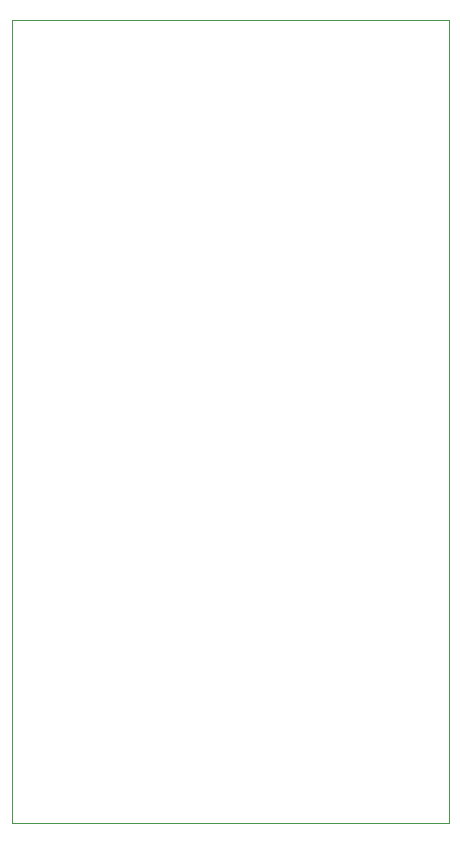
<source format=gm1>
G04 #@! TF.GenerationSoftware,KiCad,Pcbnew,(6.0.11-0)*
G04 #@! TF.CreationDate,2024-11-12T18:10:12+07:00*
G04 #@! TF.ProjectId,1,312e6b69-6361-4645-9f70-636258585858,rev?*
G04 #@! TF.SameCoordinates,Original*
G04 #@! TF.FileFunction,Profile,NP*
%FSLAX46Y46*%
G04 Gerber Fmt 4.6, Leading zero omitted, Abs format (unit mm)*
G04 Created by KiCad (PCBNEW (6.0.11-0)) date 2024-11-12 18:10:12*
%MOMM*%
%LPD*%
G01*
G04 APERTURE LIST*
G04 #@! TA.AperFunction,Profile*
%ADD10C,0.100000*%
G04 #@! TD*
G04 APERTURE END LIST*
D10*
X104000000Y-27000000D02*
X104000000Y-95000000D01*
X104000000Y-95000000D02*
X141000000Y-95000000D01*
X141000000Y-95000000D02*
X141000000Y-27000000D01*
X141000000Y-27000000D02*
X104000000Y-27000000D01*
M02*

</source>
